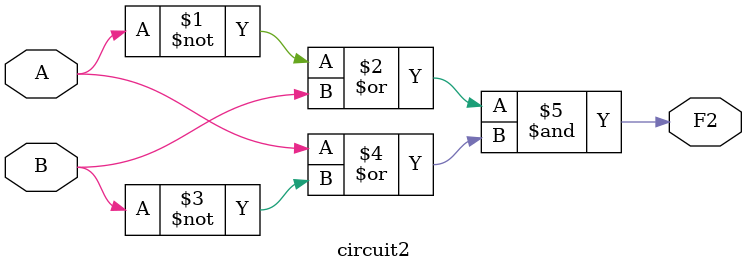
<source format=v>
`timescale 1ns / 1ps


module circuit2(
    input A,
    input B,
    output F2
    );
    assign F2 = (~A|B)&(A|~B);
endmodule

</source>
